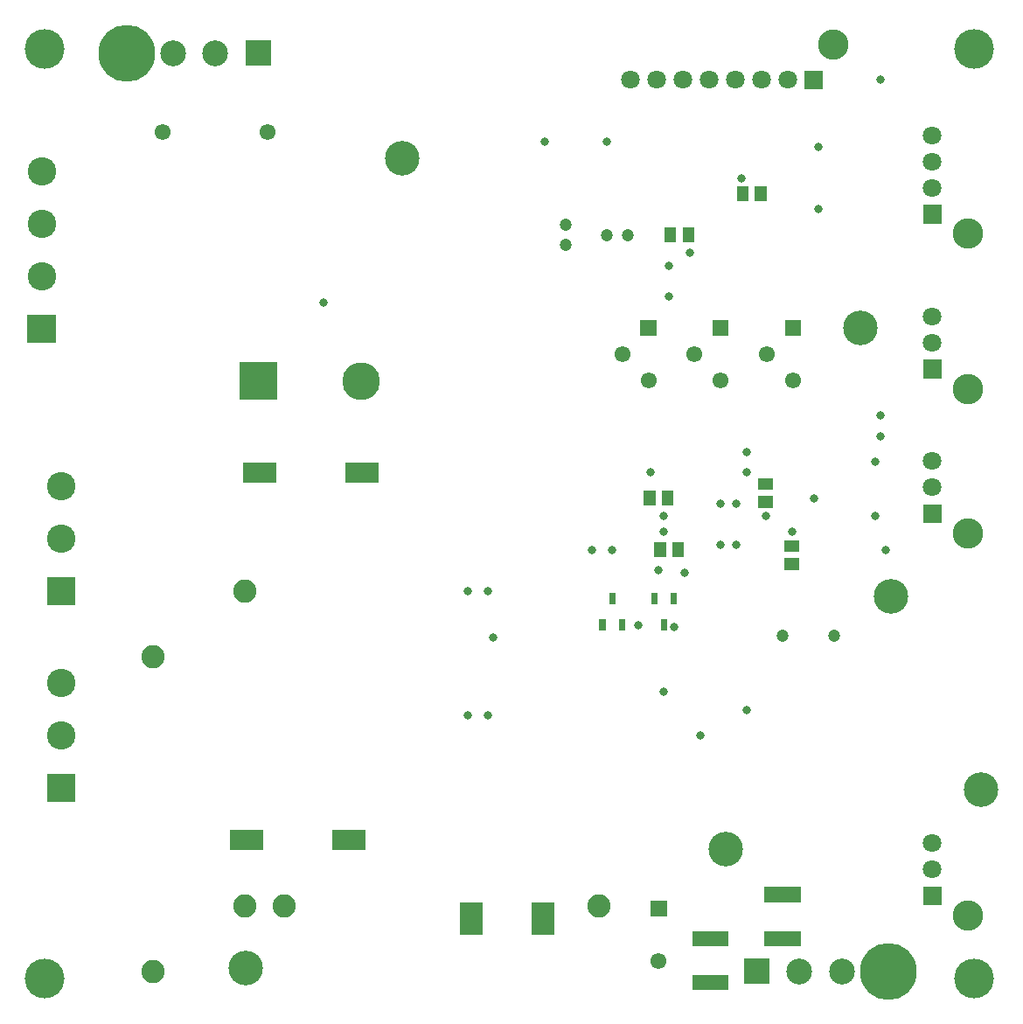
<source format=gbr>
G04 start of page 8 for group -4062 idx -4062 *
G04 Title: EW10A - linear power supply, soldermask *
G04 Creator: pcb 1.99z *
G04 CreationDate: Mon 08 Sep 2014 07:20:40 PM GMT UTC *
G04 For: eelco *
G04 Format: Gerber/RS-274X *
G04 PCB-Dimensions (mil): 5511.81 5511.81 *
G04 PCB-Coordinate-Origin: lower left *
%MOIN*%
%FSLAX25Y25*%
%LNBOTTOMMASK*%
%ADD117R,0.0748X0.0748*%
%ADD116R,0.0866X0.0866*%
%ADD115R,0.0571X0.0571*%
%ADD114R,0.0236X0.0236*%
%ADD113R,0.0453X0.0453*%
%ADD112C,0.0472*%
%ADD111C,0.0315*%
%ADD110C,0.0886*%
%ADD109C,0.1160*%
%ADD108C,0.0710*%
%ADD107C,0.1083*%
%ADD106C,0.1437*%
%ADD105C,0.2165*%
%ADD104C,0.0001*%
%ADD103C,0.1319*%
%ADD102C,0.0984*%
%ADD101C,0.0610*%
%ADD100C,0.1516*%
G54D100*X98425Y452756D03*
G54D101*X143701Y421181D03*
G54D102*X147402Y451181D03*
G54D103*X235000Y411181D03*
G54D101*X183701Y421181D03*
G54D104*G36*
X175079Y456102D02*Y446260D01*
X184921D01*
Y456102D01*
X175079D01*
G37*
G54D102*X163701Y451181D03*
G54D105*X129882D03*
G54D104*G36*
X172815Y333366D02*Y318996D01*
X187185D01*
Y333366D01*
X172815D01*
G37*
G54D106*X219370Y326181D03*
G54D104*G36*
X92008Y351516D02*Y340689D01*
X102835D01*
Y351516D01*
X92008D01*
G37*
G54D107*X97421Y366102D03*
Y386102D03*
Y406102D03*
G54D100*X452756Y452756D03*
G54D108*X437008Y419764D03*
Y350709D03*
G54D103*X409449Y346457D03*
G54D104*G36*
X325689Y349508D02*Y343406D01*
X331791D01*
Y349508D01*
X325689D01*
G37*
G36*
X380807D02*Y343406D01*
X386909D01*
Y349508D01*
X380807D01*
G37*
G36*
X353248D02*Y343406D01*
X359350D01*
Y349508D01*
X353248D01*
G37*
G36*
X433458Y393314D02*Y386214D01*
X440558D01*
Y393314D01*
X433458D01*
G37*
G54D108*X437008Y399764D03*
Y409764D03*
G54D109*X450508Y382264D03*
G54D104*G36*
X388182Y444495D02*Y437395D01*
X395282D01*
Y444495D01*
X388182D01*
G37*
G54D108*X381732Y440945D03*
X371732D03*
X361732D03*
X351732D03*
G54D109*X399232Y454445D03*
G54D108*X341732Y440945D03*
X331732D03*
X321732D03*
G54D100*X452756Y98425D03*
G54D104*G36*
X433458Y133471D02*Y126371D01*
X440558D01*
Y133471D01*
X433458D01*
G37*
G54D108*X437008Y139921D03*
Y149921D03*
G54D109*X450508Y122421D03*
G54D103*X455709Y170276D03*
G54D104*G36*
X365079Y106102D02*Y96260D01*
X374921D01*
Y106102D01*
X365079D01*
G37*
G54D110*X310000Y126181D03*
G54D104*G36*
X329626Y128067D02*Y121965D01*
X335728D01*
Y128067D01*
X329626D01*
G37*
G54D101*X332677Y105016D03*
G54D102*X386299Y101181D03*
X402598D03*
G54D105*X420118D03*
G54D103*X358268Y147638D03*
G54D104*G36*
X433458Y334259D02*Y327159D01*
X440558D01*
Y334259D01*
X433458D01*
G37*
G54D109*X450508Y323209D03*
G54D108*X437008Y340709D03*
G54D104*G36*
X433458Y279141D02*Y272041D01*
X440558D01*
Y279141D01*
X433458D01*
G37*
G54D108*X437008Y285591D03*
Y295591D03*
G54D109*X450508Y268091D03*
G54D103*X421260Y244094D03*
G54D101*X318740Y336457D03*
X328740Y326457D03*
X373858Y336457D03*
X383858Y326457D03*
X346299Y336457D03*
X356299Y326457D03*
G54D100*X98425Y98425D03*
G54D103*X175197Y102362D03*
G54D110*X140000Y101181D03*
X190000Y126181D03*
X175000D03*
X140000Y221181D03*
G54D104*G36*
X99508Y176516D02*Y165689D01*
X110335D01*
Y176516D01*
X99508D01*
G37*
G54D107*X104921Y191102D03*
Y211102D03*
G54D104*G36*
X99508Y251516D02*Y240689D01*
X110335D01*
Y251516D01*
X99508D01*
G37*
G54D107*X104921Y266102D03*
Y286102D03*
G54D110*X175000Y246181D03*
G54D111*X417323Y305118D03*
Y440945D03*
Y312992D03*
X364075Y403445D03*
X312992Y417323D03*
X393701Y391732D03*
Y415354D03*
X344587Y374902D03*
X336614Y358268D03*
Y370079D03*
X289370Y417323D03*
G54D112*X297244Y385827D03*
X312992Y381890D03*
X320866D03*
X297244Y377953D03*
G54D111*X356299Y279528D03*
X362205D03*
X366142Y291339D03*
Y299213D03*
X391732Y281555D03*
X332677Y253937D03*
X356299Y263780D03*
X362205D03*
X338583Y232283D03*
X324803Y233169D03*
X342520Y252953D03*
X419291Y261811D03*
X415354Y274606D03*
G54D112*X399606Y228937D03*
G54D111*X415354Y295276D03*
X383484Y268701D03*
X373484Y274606D03*
G54D112*X379921Y228937D03*
G54D111*X366142Y200787D03*
X329646Y291339D03*
X334646Y274606D03*
Y268701D03*
X307087Y261811D03*
X314961D03*
X259843Y246063D03*
X267717D03*
Y198819D03*
X259843D03*
X269685Y228346D03*
X205000Y356181D03*
X348425Y190945D03*
X334646Y207677D03*
G54D113*X336122Y282087D02*Y280906D01*
X329232Y282087D02*Y280906D01*
G54D114*X318701Y234252D02*Y232087D01*
X311220Y234252D02*Y232087D01*
X314961Y244291D02*Y242126D01*
G54D113*X333169Y262402D02*Y261220D01*
X340059Y262402D02*Y261220D01*
G54D114*X330906Y244291D02*Y242126D01*
X338386Y244291D02*Y242126D01*
X334646Y234252D02*Y232087D01*
G54D113*X372894Y280020D02*X374075D01*
X372894Y286909D02*X374075D01*
X382894Y263287D02*X384075D01*
X382894Y256398D02*X384075D01*
G54D115*X348327Y96949D02*X356398D01*
X375886Y130413D02*X383957D01*
X375886Y113681D02*X383957D01*
G54D116*X288681Y122953D02*Y119409D01*
X261319Y122953D02*Y119409D01*
G54D115*X348327Y113681D02*X356398D01*
G54D113*X371555Y398228D02*Y397047D01*
X343996Y382480D02*Y381299D01*
X337106Y382480D02*Y381299D01*
X364665Y398228D02*Y397047D01*
G54D117*X172953Y151181D02*X178071D01*
X211929D02*X217047D01*
X177953Y291181D02*X183071D01*
X216929D02*X222047D01*
M02*

</source>
